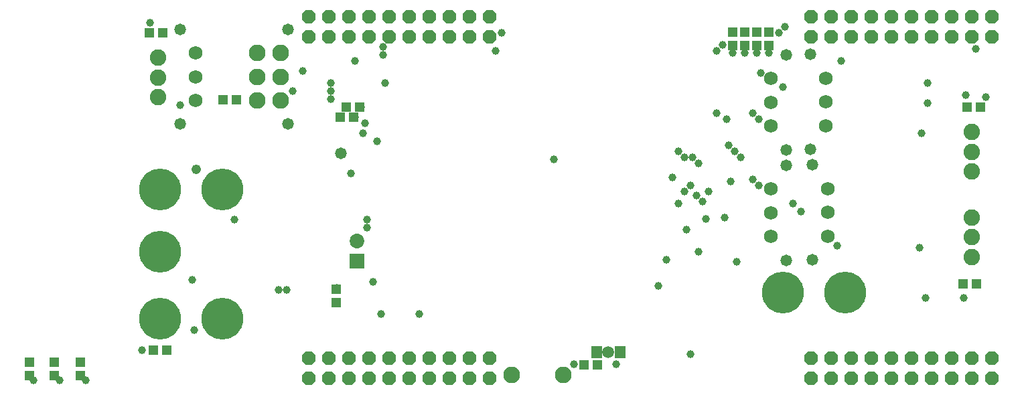
<source format=gbs>
G75*
%MOIN*%
%OFA0B0*%
%FSLAX24Y24*%
%IPPOS*%
%LPD*%
%AMOC8*
5,1,8,0,0,1.08239X$1,22.5*
%
%ADD10C,0.0592*%
%ADD11OC8,0.0680*%
%ADD12C,0.0820*%
%ADD13R,0.0474X0.0513*%
%ADD14C,0.0730*%
%ADD15R,0.0730X0.0730*%
%ADD16C,0.2080*%
%ADD17C,0.0580*%
%ADD18C,0.0680*%
%ADD19R,0.0513X0.0474*%
%ADD20R,0.0552X0.0631*%
%ADD21C,0.0830*%
%ADD22C,0.0390*%
%ADD23C,0.0476*%
D10*
X035573Y008693D03*
D11*
X029673Y008393D03*
X028673Y008393D03*
X027673Y008393D03*
X026673Y008393D03*
X025673Y008393D03*
X024673Y008393D03*
X023673Y008393D03*
X022673Y008393D03*
X021673Y008393D03*
X020673Y008393D03*
X020673Y007393D03*
X021673Y007393D03*
X022673Y007393D03*
X023673Y007393D03*
X024673Y007393D03*
X025673Y007393D03*
X026673Y007393D03*
X027673Y007393D03*
X028673Y007393D03*
X029673Y007393D03*
X045673Y007393D03*
X046673Y007393D03*
X047673Y007393D03*
X048673Y007393D03*
X049673Y007393D03*
X050673Y007393D03*
X051673Y007393D03*
X052673Y007393D03*
X053673Y007393D03*
X054673Y007393D03*
X054673Y008393D03*
X053673Y008393D03*
X052673Y008393D03*
X051673Y008393D03*
X050673Y008393D03*
X049673Y008393D03*
X048673Y008393D03*
X047673Y008393D03*
X046673Y008393D03*
X045673Y008393D03*
X045673Y024393D03*
X046673Y024393D03*
X047673Y024393D03*
X048673Y024393D03*
X049673Y024393D03*
X050673Y024393D03*
X051673Y024393D03*
X052673Y024393D03*
X053673Y024393D03*
X054673Y024393D03*
X054673Y025393D03*
X053673Y025393D03*
X052673Y025393D03*
X051673Y025393D03*
X050673Y025393D03*
X049673Y025393D03*
X048673Y025393D03*
X047673Y025393D03*
X046673Y025393D03*
X045673Y025393D03*
X029673Y025393D03*
X028673Y025393D03*
X027673Y025393D03*
X026673Y025393D03*
X025673Y025393D03*
X024673Y025393D03*
X023673Y025393D03*
X022673Y025393D03*
X021673Y025393D03*
X020673Y025393D03*
X020673Y024393D03*
X021673Y024393D03*
X022673Y024393D03*
X023673Y024393D03*
X024673Y024393D03*
X025673Y024393D03*
X026673Y024393D03*
X027673Y024393D03*
X028673Y024393D03*
X029673Y024393D03*
D12*
X013173Y023343D03*
X013173Y022359D03*
X013173Y021375D03*
X053673Y019643D03*
X053673Y018659D03*
X053673Y017675D03*
X053673Y015393D03*
X053673Y014409D03*
X053673Y013425D03*
D13*
X043573Y023959D03*
X042973Y023959D03*
X042373Y023959D03*
X041773Y023959D03*
X041773Y024628D03*
X042373Y024628D03*
X042973Y024628D03*
X043573Y024628D03*
X022023Y011828D03*
X022023Y011159D03*
X009298Y008178D03*
X009298Y007509D03*
X007998Y007509D03*
X007998Y008178D03*
X006748Y008178D03*
X006748Y007509D03*
D14*
X023048Y014218D03*
D15*
X023048Y013218D03*
D16*
X016373Y010343D03*
X013273Y010343D03*
X013273Y013693D03*
X013273Y016793D03*
X016373Y016793D03*
X044273Y011643D03*
X047373Y011643D03*
D17*
X045723Y013293D03*
X044423Y013273D03*
X044423Y017993D03*
X044423Y018773D03*
X045623Y018793D03*
X045723Y018013D03*
X045623Y023513D03*
X044423Y023493D03*
X022273Y018593D03*
X019643Y020043D03*
X014273Y020043D03*
X014273Y024763D03*
X019643Y024763D03*
D18*
X015043Y023583D03*
X015043Y022403D03*
X015043Y021223D03*
X043653Y021133D03*
X043653Y019953D03*
X046393Y019973D03*
X046393Y021153D03*
X046393Y022333D03*
X043653Y022313D03*
X043653Y016813D03*
X043653Y015633D03*
X043653Y014453D03*
X046493Y014473D03*
X046493Y015653D03*
X046493Y016833D03*
D19*
X053438Y020893D03*
X054107Y020893D03*
X053907Y012093D03*
X053238Y012093D03*
X035032Y008043D03*
X034363Y008043D03*
X013607Y008793D03*
X012938Y008793D03*
X022238Y020393D03*
X022907Y020393D03*
X023207Y020893D03*
X022538Y020893D03*
X017057Y021243D03*
X016388Y021243D03*
X013407Y024593D03*
X012738Y024593D03*
D20*
X034982Y008693D03*
X036163Y008693D03*
D21*
X033323Y007553D03*
X030763Y007553D03*
X019273Y021223D03*
X018093Y021223D03*
X018093Y022403D03*
X019273Y022403D03*
X019273Y023583D03*
X018093Y023583D03*
D22*
X006973Y007293D03*
X008273Y007293D03*
X009573Y007293D03*
X012373Y008793D03*
X014973Y009793D03*
X019173Y011793D03*
X019573Y011793D03*
X022073Y011893D03*
X023873Y012193D03*
X024273Y010593D03*
X026173Y010593D03*
X033873Y008093D03*
X035973Y008093D03*
X039673Y008593D03*
X038073Y011993D03*
X038473Y013293D03*
X040073Y013693D03*
X039473Y014793D03*
X040423Y015318D03*
X041373Y015393D03*
X040273Y016193D03*
X039973Y016493D03*
X040573Y016693D03*
X039673Y016993D03*
X039373Y016693D03*
X039073Y016093D03*
X038773Y017393D03*
X040073Y018093D03*
X039773Y018393D03*
X039373Y018393D03*
X039073Y018693D03*
X041573Y018993D03*
X041873Y018693D03*
X042173Y018393D03*
X042773Y017293D03*
X043073Y016993D03*
X041673Y017193D03*
X044773Y016093D03*
X045173Y015693D03*
X046973Y013993D03*
X051073Y013893D03*
X051373Y011393D03*
X053273Y011393D03*
X041973Y013193D03*
X032873Y018293D03*
X040973Y020593D03*
X041473Y020293D03*
X042773Y020593D03*
X043073Y020293D03*
X044273Y021893D03*
X043173Y022593D03*
X042973Y023593D03*
X043573Y023593D03*
X042373Y023593D03*
X041773Y023593D03*
X041273Y023993D03*
X040973Y023693D03*
X044073Y024593D03*
X044373Y024893D03*
X047173Y023193D03*
X051473Y022093D03*
X051473Y021093D03*
X053373Y021493D03*
X054373Y021393D03*
X051173Y019593D03*
X053873Y023793D03*
X030273Y024593D03*
X029973Y023693D03*
X024373Y023493D03*
X024373Y023893D03*
X022973Y023193D03*
X021773Y022093D03*
X021773Y021693D03*
X021773Y021293D03*
X022973Y020393D03*
X023473Y020093D03*
X023373Y019593D03*
X024073Y019193D03*
X023273Y020893D03*
X024473Y022093D03*
X020373Y022693D03*
X019873Y021693D03*
X014273Y020993D03*
X012773Y025093D03*
X022773Y017593D03*
X023573Y015293D03*
X023573Y014893D03*
X016973Y015293D03*
X014873Y012293D03*
D23*
X015073Y017793D03*
M02*

</source>
